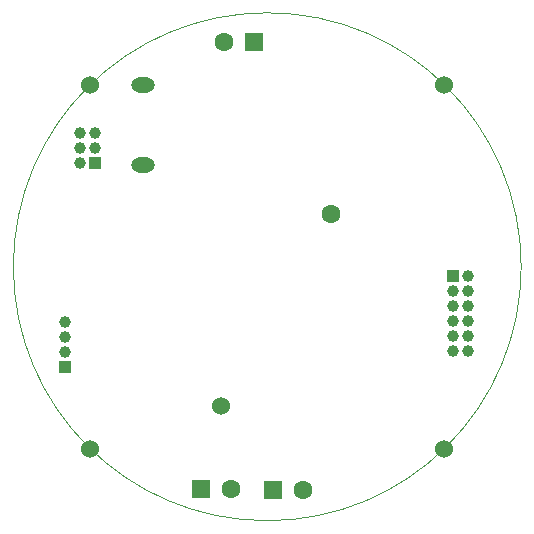
<source format=gbr>
*
*
G04 PADS 9.3 Build Number: 433611 generated Gerber (RS-274-X) file*
G04 PC Version=2.1*
*
%IN "LDC_Layout_20161209.pcb"*%
*
%MOIN*%
*
%FSLAX35Y35*%
*
*
*
*
G04 PC Standard Apertures*
*
*
G04 Thermal Relief Aperture macro.*
%AMTER*
1,1,$1,0,0*
1,0,$1-$2,0,0*
21,0,$3,$4,0,0,45*
21,0,$3,$4,0,0,135*
%
*
*
G04 Annular Aperture macro.*
%AMANN*
1,1,$1,0,0*
1,0,$2,0,0*
%
*
*
G04 Odd Aperture macro.*
%AMODD*
1,1,$1,0,0*
1,0,$1-0.005,0,0*
%
*
*
G04 PC Custom Aperture Macros*
*
*
*
*
*
*
G04 PC Aperture Table*
*
%ADD010C,0.001*%
%ADD024O,0.07874X0.05118*%
%ADD025C,0.06*%
%ADD028R,0.03937X0.03937*%
%ADD029C,0.03937*%
%ADD030R,0.06297X0.06297*%
%ADD031C,0.06297*%
%ADD041C,0.00394*%
%ADD043C,0.06299*%
*
*
*
*
G04 PC Circuitry*
G04 Layer Name LDC_Layout_20161209.pcb - circuitry*
%LPD*%
*
*
G04 PC Custom Flashes*
G04 Layer Name LDC_Layout_20161209.pcb - flashes*
%LPD*%
*
*
G04 PC Circuitry*
G04 Layer Name LDC_Layout_20161209.pcb - circuitry*
%LPD*%
*
G54D10*
G54D24*
G01X352165Y454134D03*
Y427756D03*
G54D25*
X378150Y347244D03*
X334646Y333071D03*
X452756Y454331D03*
Y333071D03*
X334646Y454331D03*
G54D28*
X326181Y360236D03*
X336417Y428150D03*
X455512Y390551D03*
G54D29*
X326181Y365236D03*
Y370236D03*
Y375236D03*
X331417Y428150D03*
X336417Y433150D03*
X331417D03*
X336417Y438150D03*
X331417D03*
X455512Y385551D03*
Y380551D03*
Y375551D03*
Y370551D03*
Y365551D03*
X460512D03*
Y370551D03*
Y375551D03*
Y380551D03*
Y385551D03*
Y390551D03*
G54D30*
X389370Y468701D03*
X371654Y319488D03*
X395669Y319291D03*
G54D31*
X379370Y468701D03*
X381654Y319488D03*
X405669Y319291D03*
G54D41*
X478346Y393701D02*
G75*
G03X478346I-84645J0D01*
G54D43*
G01X415059Y411319D03*
G74*
X0Y0D02*
M02*

</source>
